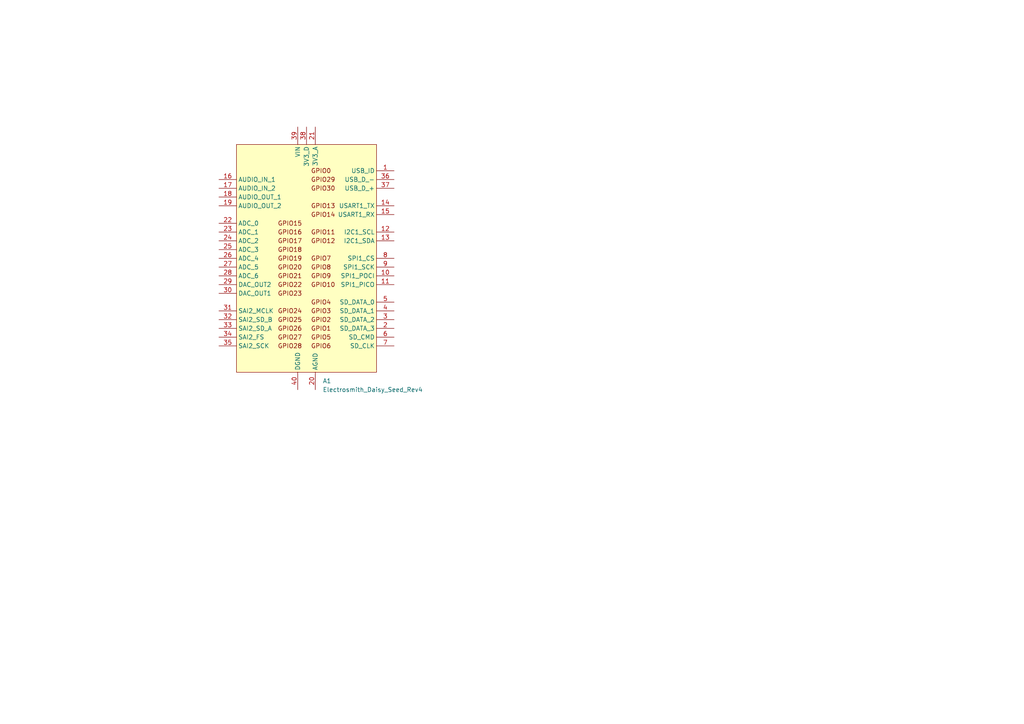
<source format=kicad_sch>
(kicad_sch (version 20250114) (generator "eeschema") (generator_version "9.0")
  (paper "A4")
  (lib_symbols
    (symbol "MCU_Module:Electrosmith_Daisy_Seed_Rev4"
      (property "Reference" "A" (at -20.32 34.29 0))
      (property "Value" "Electrosmith_Daisy_Seed_Rev4" (at 33.02 34.29 0))
      (symbol "Electrosmith_Daisy_Seed_Rev4_0_0"
        (text "GPIO15" (at -1.27 10.16 0) (effects (font (size 1.27 1.27)) (justify right)))
        (text "GPIO16" (at -1.27 7.62 0) (effects (font (size 1.27 1.27)) (justify right)))
        (text "GPIO17" (at -1.27 5.08 0) (effects (font (size 1.27 1.27)) (justify right)))
        (text "GPIO18" (at -1.27 2.54 0) (effects (font (size 1.27 1.27)) (justify right)))
        (text "GPIO19" (at -1.27 0 0) (effects (font (size 1.27 1.27)) (justify right)))
        (text "GPIO20" (at -1.27 -2.54 0) (effects (font (size 1.27 1.27)) (justify right)))
        (text "GPIO21" (at -1.27 -5.08 0) (effects (font (size 1.27 1.27)) (justify right)))
        (text "GPIO22" (at -1.27 -7.62 0) (effects (font (size 1.27 1.27)) (justify right)))
        (text "GPIO23" (at -1.27 -10.16 0) (effects (font (size 1.27 1.27)) (justify right)))
        (text "GPIO24" (at -1.27 -15.24 0) (effects (font (size 1.27 1.27)) (justify right)))
        (text "GPIO25" (at -1.27 -17.78 0) (effects (font (size 1.27 1.27)) (justify right)))
        (text "GPIO26" (at -1.27 -20.32 0) (effects (font (size 1.27 1.27)) (justify right)))
        (text "GPIO27" (at -1.27 -22.86 0) (effects (font (size 1.27 1.27)) (justify right)))
        (text "GPIO28" (at -1.27 -25.4 0) (effects (font (size 1.27 1.27)) (justify right)))
        (text "GPIO0" (at 1.27 25.4 0) (effects (font (size 1.27 1.27)) (justify left)))
        (text "GPIO29" (at 1.27 22.86 0) (effects (font (size 1.27 1.27)) (justify left)))
        (text "GPIO30" (at 1.27 20.32 0) (effects (font (size 1.27 1.27)) (justify left)))
        (text "GPIO13" (at 1.27 15.24 0) (effects (font (size 1.27 1.27)) (justify left)))
        (text "GPIO14" (at 1.27 12.7 0) (effects (font (size 1.27 1.27)) (justify left)))
        (text "GPIO11" (at 1.27 7.62 0) (effects (font (size 1.27 1.27)) (justify left)))
        (text "GPIO12" (at 1.27 5.08 0) (effects (font (size 1.27 1.27)) (justify left)))
        (text "GPIO7" (at 1.27 0 0) (effects (font (size 1.27 1.27)) (justify left)))
        (text "GPIO8" (at 1.27 -2.54 0) (effects (font (size 1.27 1.27)) (justify left)))
        (text "GPIO9" (at 1.27 -5.08 0) (effects (font (size 1.27 1.27)) (justify left)))
        (text "GPIO10" (at 1.27 -7.62 0) (effects (font (size 1.27 1.27)) (justify left)))
        (text "GPIO4" (at 1.27 -12.7 0) (effects (font (size 1.27 1.27)) (justify left)))
        (text "GPIO3" (at 1.27 -15.24 0) (effects (font (size 1.27 1.27)) (justify left)))
        (text "GPIO2" (at 1.27 -17.78 0) (effects (font (size 1.27 1.27)) (justify left)))
        (text "GPIO1" (at 1.27 -20.32 0) (effects (font (size 1.27 1.27)) (justify left)))
        (text "GPIO5" (at 1.27 -22.86 0) (effects (font (size 1.27 1.27)) (justify left)))
        (text "GPIO6" (at 1.27 -25.4 0) (effects (font (size 1.27 1.27)) (justify left)))
        (pin input line (at -25.4 22.86 0) (length 5.08) (name "AUDIO_IN_1") (number "16"))
        (pin input line (at -25.4 20.32 0) (length 5.08) (name "AUDIO_IN_2") (number "17"))
        (pin output line (at -25.4 17.78 0) (length 5.08) (name "AUDIO_OUT_1") (number "18"))
        (pin output line (at -25.4 15.24 0) (length 5.08) (name "AUDIO_OUT_2") (number "19"))
        (pin bidirectional line (at -25.4 10.16 0) (length 5.08) (name "ADC_0") (number "22"))
        (pin bidirectional line (at -25.4 7.62 0) (length 5.08) (name "ADC_1") (number "23"))
        (pin bidirectional line (at -25.4 5.08 0) (length 5.08) (name "ADC_2") (number "24"))
        (pin bidirectional line (at -25.4 2.54 0) (length 5.08) (name "ADC_3") (number "25"))
        (pin bidirectional line (at -25.4 0 0) (length 5.08) (name "ADC_4") (number "26"))
        (pin bidirectional line (at -25.4 -2.54 0) (length 5.08) (name "ADC_5") (number "27"))
        (pin bidirectional line (at -25.4 -5.08 0) (length 5.08) (name "ADC_6") (number "28"))
        (pin bidirectional line (at -25.4 -7.62 0) (length 5.08) (name "DAC_OUT2") (number "29"))
        (pin bidirectional line (at -25.4 -10.16 0) (length 5.08) (name "DAC_OUT1") (number "30"))
        (pin bidirectional line (at -25.4 -15.24 0) (length 5.08) (name "SAI2_MCLK") (number "31"))
        (pin bidirectional line (at -25.4 -17.78 0) (length 5.08) (name "SAI2_SD_B") (number "32"))
        (pin bidirectional line (at -25.4 -20.32 0) (length 5.08) (name "SAI2_SD_A") (number "33"))
        (pin bidirectional line (at -25.4 -22.86 0) (length 5.08) (name "SAI2_FS") (number "34"))
        (pin bidirectional line (at -25.4 -25.4 0) (length 5.08) (name "SAI2_SCK") (number "35"))
        (pin power_in line (at -2.54 38.1 270) (length 5.08) (name "VIN") (number "39"))
        (pin power_in line (at -2.54 -38.1 90) (length 5.08) (name "DGND") (number "40"))
        (pin power_out line (at 0 38.1 270) (length 5.08) (name "3V3_D") (number "38"))
        (pin power_out line (at 2.54 38.1 270) (length 5.08) (name "3V3_A") (number "21"))
        (pin power_in line (at 2.54 -38.1 90) (length 5.08) (name "AGND") (number "20"))
        (pin bidirectional line (at 25.4 25.4 180) (length 5.08) (name "USB_ID") (number "1"))
        (pin bidirectional line (at 25.4 22.86 180) (length 5.08) (name "USB_D_-") (number "36"))
        (pin bidirectional line (at 25.4 20.32 180) (length 5.08) (name "USB_D_+") (number "37"))
        (pin bidirectional line (at 25.4 15.24 180) (length 5.08) (name "USART1_TX") (number "14"))
        (pin bidirectional line (at 25.4 12.7 180) (length 5.08) (name "USART1_RX") (number "15"))
        (pin bidirectional line (at 25.4 7.62 180) (length 5.08) (name "I2C1_SCL") (number "12"))
        (pin bidirectional line (at 25.4 5.08 180) (length 5.08) (name "I2C1_SDA") (number "13"))
        (pin bidirectional line (at 25.4 0 180) (length 5.08) (name "SPI1_CS") (number "8"))
        (pin bidirectional line (at 25.4 -2.54 180) (length 5.08) (name "SPI1_SCK") (number "9"))
        (pin bidirectional line (at 25.4 -5.08 180) (length 5.08) (name "SPI1_POCI") (number "10"))
        (pin bidirectional line (at 25.4 -7.62 180) (length 5.08) (name "SPI1_PICO") (number "11"))
        (pin bidirectional line (at 25.4 -12.7 180) (length 5.08) (name "SD_DATA_0") (number "5"))
        (pin bidirectional line (at 25.4 -15.24 180) (length 5.08) (name "SD_DATA_1") (number "4"))
        (pin bidirectional line (at 25.4 -17.78 180) (length 5.08) (name "SD_DATA_2") (number "3"))
        (pin bidirectional line (at 25.4 -20.32 180) (length 5.08) (name "SD_DATA_3") (number "2"))
        (pin bidirectional line (at 25.4 -22.86 180) (length 5.08) (name "SD_CMD") (number "6"))
        (pin bidirectional line (at 25.4 -25.4 180) (length 5.08) (name "SD_CLK") (number "7"))
      )
      (symbol "Electrosmith_Daisy_Seed_Rev4_0_1"
        (rectangle (start -20.32 33.02) (end 20.32 -33.02) (fill (type background)))
      )
    )
  )
  (symbol (lib_id "MCU_Module:Electrosmith_Daisy_Seed_Rev4") (at 88.9 74.93 0) (unit 1)
    (property "Reference" "A1" (at 93.5833 110.49 0) (effects (justify left)))
    (property "Value" "Electrosmith_Daisy_Seed_Rev4" (at 93.5833 113.03 0) (effects (justify left)))
    (property "Footprint" "Module:Electrosmith_Daisy_Seed" (effects (hide yes)))
    (property "Datasheet" "https://static1.squarespace.com/static/58d03fdc1b10e3bf442567b8/t/6227e6236f02fb68d1577146/1646781988478/Daisy_Seed_datasheet_v1.0.3.pdf" (effects (hide yes)))
    (property "Description" "Daisy is an embedded platform for music." (effects (hide yes)))
  )
)
</source>
